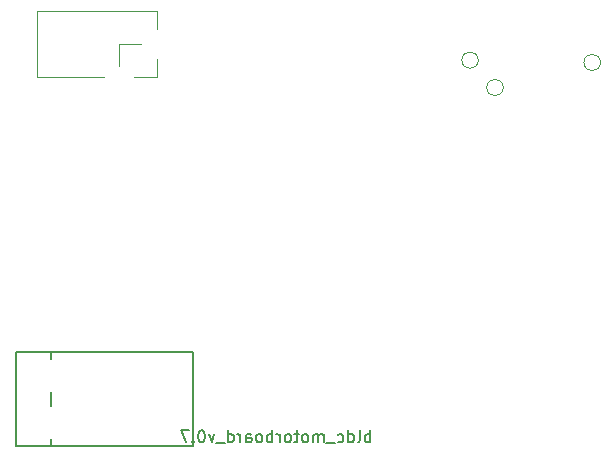
<source format=gbr>
G04 #@! TF.GenerationSoftware,KiCad,Pcbnew,5.0.2-bee76a0~70~ubuntu18.04.1*
G04 #@! TF.CreationDate,2019-12-20T19:05:30+01:00*
G04 #@! TF.ProjectId,board,626f6172-642e-46b6-9963-61645f706362,rev?*
G04 #@! TF.SameCoordinates,Original*
G04 #@! TF.FileFunction,Legend,Bot*
G04 #@! TF.FilePolarity,Positive*
%FSLAX46Y46*%
G04 Gerber Fmt 4.6, Leading zero omitted, Abs format (unit mm)*
G04 Created by KiCad (PCBNEW 5.0.2-bee76a0~70~ubuntu18.04.1) date Fr 20 Dez 2019 19:05:30 CET*
%MOMM*%
%LPD*%
G01*
G04 APERTURE LIST*
%ADD10C,0.150000*%
%ADD11C,0.120000*%
G04 APERTURE END LIST*
D10*
X123176190Y-138352380D02*
X123176190Y-137352380D01*
X123176190Y-137733333D02*
X123080952Y-137685714D01*
X122890476Y-137685714D01*
X122795238Y-137733333D01*
X122747619Y-137780952D01*
X122700000Y-137876190D01*
X122700000Y-138161904D01*
X122747619Y-138257142D01*
X122795238Y-138304761D01*
X122890476Y-138352380D01*
X123080952Y-138352380D01*
X123176190Y-138304761D01*
X122128571Y-138352380D02*
X122223809Y-138304761D01*
X122271428Y-138209523D01*
X122271428Y-137352380D01*
X121319047Y-138352380D02*
X121319047Y-137352380D01*
X121319047Y-138304761D02*
X121414285Y-138352380D01*
X121604761Y-138352380D01*
X121700000Y-138304761D01*
X121747619Y-138257142D01*
X121795238Y-138161904D01*
X121795238Y-137876190D01*
X121747619Y-137780952D01*
X121700000Y-137733333D01*
X121604761Y-137685714D01*
X121414285Y-137685714D01*
X121319047Y-137733333D01*
X120414285Y-138304761D02*
X120509523Y-138352380D01*
X120700000Y-138352380D01*
X120795238Y-138304761D01*
X120842857Y-138257142D01*
X120890476Y-138161904D01*
X120890476Y-137876190D01*
X120842857Y-137780952D01*
X120795238Y-137733333D01*
X120700000Y-137685714D01*
X120509523Y-137685714D01*
X120414285Y-137733333D01*
X120223809Y-138447619D02*
X119461904Y-138447619D01*
X119223809Y-138352380D02*
X119223809Y-137685714D01*
X119223809Y-137780952D02*
X119176190Y-137733333D01*
X119080952Y-137685714D01*
X118938095Y-137685714D01*
X118842857Y-137733333D01*
X118795238Y-137828571D01*
X118795238Y-138352380D01*
X118795238Y-137828571D02*
X118747619Y-137733333D01*
X118652380Y-137685714D01*
X118509523Y-137685714D01*
X118414285Y-137733333D01*
X118366666Y-137828571D01*
X118366666Y-138352380D01*
X117747619Y-138352380D02*
X117842857Y-138304761D01*
X117890476Y-138257142D01*
X117938095Y-138161904D01*
X117938095Y-137876190D01*
X117890476Y-137780952D01*
X117842857Y-137733333D01*
X117747619Y-137685714D01*
X117604761Y-137685714D01*
X117509523Y-137733333D01*
X117461904Y-137780952D01*
X117414285Y-137876190D01*
X117414285Y-138161904D01*
X117461904Y-138257142D01*
X117509523Y-138304761D01*
X117604761Y-138352380D01*
X117747619Y-138352380D01*
X117128571Y-137685714D02*
X116747619Y-137685714D01*
X116985714Y-137352380D02*
X116985714Y-138209523D01*
X116938095Y-138304761D01*
X116842857Y-138352380D01*
X116747619Y-138352380D01*
X116271428Y-138352380D02*
X116366666Y-138304761D01*
X116414285Y-138257142D01*
X116461904Y-138161904D01*
X116461904Y-137876190D01*
X116414285Y-137780952D01*
X116366666Y-137733333D01*
X116271428Y-137685714D01*
X116128571Y-137685714D01*
X116033333Y-137733333D01*
X115985714Y-137780952D01*
X115938095Y-137876190D01*
X115938095Y-138161904D01*
X115985714Y-138257142D01*
X116033333Y-138304761D01*
X116128571Y-138352380D01*
X116271428Y-138352380D01*
X115509523Y-138352380D02*
X115509523Y-137685714D01*
X115509523Y-137876190D02*
X115461904Y-137780952D01*
X115414285Y-137733333D01*
X115319047Y-137685714D01*
X115223809Y-137685714D01*
X114890476Y-138352380D02*
X114890476Y-137352380D01*
X114890476Y-137733333D02*
X114795238Y-137685714D01*
X114604761Y-137685714D01*
X114509523Y-137733333D01*
X114461904Y-137780952D01*
X114414285Y-137876190D01*
X114414285Y-138161904D01*
X114461904Y-138257142D01*
X114509523Y-138304761D01*
X114604761Y-138352380D01*
X114795238Y-138352380D01*
X114890476Y-138304761D01*
X113842857Y-138352380D02*
X113938095Y-138304761D01*
X113985714Y-138257142D01*
X114033333Y-138161904D01*
X114033333Y-137876190D01*
X113985714Y-137780952D01*
X113938095Y-137733333D01*
X113842857Y-137685714D01*
X113700000Y-137685714D01*
X113604761Y-137733333D01*
X113557142Y-137780952D01*
X113509523Y-137876190D01*
X113509523Y-138161904D01*
X113557142Y-138257142D01*
X113604761Y-138304761D01*
X113700000Y-138352380D01*
X113842857Y-138352380D01*
X112652380Y-138352380D02*
X112652380Y-137828571D01*
X112700000Y-137733333D01*
X112795238Y-137685714D01*
X112985714Y-137685714D01*
X113080952Y-137733333D01*
X112652380Y-138304761D02*
X112747619Y-138352380D01*
X112985714Y-138352380D01*
X113080952Y-138304761D01*
X113128571Y-138209523D01*
X113128571Y-138114285D01*
X113080952Y-138019047D01*
X112985714Y-137971428D01*
X112747619Y-137971428D01*
X112652380Y-137923809D01*
X112176190Y-138352380D02*
X112176190Y-137685714D01*
X112176190Y-137876190D02*
X112128571Y-137780952D01*
X112080952Y-137733333D01*
X111985714Y-137685714D01*
X111890476Y-137685714D01*
X111128571Y-138352380D02*
X111128571Y-137352380D01*
X111128571Y-138304761D02*
X111223809Y-138352380D01*
X111414285Y-138352380D01*
X111509523Y-138304761D01*
X111557142Y-138257142D01*
X111604761Y-138161904D01*
X111604761Y-137876190D01*
X111557142Y-137780952D01*
X111509523Y-137733333D01*
X111414285Y-137685714D01*
X111223809Y-137685714D01*
X111128571Y-137733333D01*
X110890476Y-138447619D02*
X110128571Y-138447619D01*
X109985714Y-137685714D02*
X109747619Y-138352380D01*
X109509523Y-137685714D01*
X108938095Y-137352380D02*
X108842857Y-137352380D01*
X108747619Y-137400000D01*
X108700000Y-137447619D01*
X108652380Y-137542857D01*
X108604761Y-137733333D01*
X108604761Y-137971428D01*
X108652380Y-138161904D01*
X108700000Y-138257142D01*
X108747619Y-138304761D01*
X108842857Y-138352380D01*
X108938095Y-138352380D01*
X109033333Y-138304761D01*
X109080952Y-138257142D01*
X109128571Y-138161904D01*
X109176190Y-137971428D01*
X109176190Y-137733333D01*
X109128571Y-137542857D01*
X109080952Y-137447619D01*
X109033333Y-137400000D01*
X108938095Y-137352380D01*
X108176190Y-138257142D02*
X108128571Y-138304761D01*
X108176190Y-138352380D01*
X108223809Y-138304761D01*
X108176190Y-138257142D01*
X108176190Y-138352380D01*
X107795238Y-137352380D02*
X107128571Y-137352380D01*
X107557142Y-138352380D01*
G04 #@! TO.C,J8*
X108150000Y-138700000D02*
X93150000Y-138700000D01*
X108150000Y-130700000D02*
X108150000Y-138700000D01*
X93150000Y-130700000D02*
X108150000Y-130700000D01*
X93150000Y-138700000D02*
X93150000Y-130700000D01*
X96150000Y-130700000D02*
X96150000Y-131300000D01*
X96150000Y-134100000D02*
X96150000Y-135300000D01*
X96150000Y-138700000D02*
X96150000Y-138100000D01*
D11*
G04 #@! TO.C,J5*
X100670000Y-107460000D02*
X94985000Y-107460000D01*
X94985000Y-107460000D02*
X94985000Y-101860000D01*
X105085000Y-101860000D02*
X94985000Y-101860000D01*
X105085000Y-103390000D02*
X105085000Y-101860000D01*
X103810000Y-104660000D02*
X101940000Y-104660000D01*
X101940000Y-104660000D02*
X101940000Y-106530000D01*
X103210000Y-107460000D02*
X105085000Y-107460000D01*
X105085000Y-107460000D02*
X105085000Y-105930000D01*
G04 #@! TO.C,TP8*
X142670000Y-106210000D02*
G75*
G03X142670000Y-106210000I-700000J0D01*
G01*
G04 #@! TO.C,TP9*
X134440000Y-108340000D02*
G75*
G03X134440000Y-108340000I-700000J0D01*
G01*
G04 #@! TO.C,TP10*
X132330000Y-106020000D02*
G75*
G03X132330000Y-106020000I-700000J0D01*
G01*
G04 #@! TD*
M02*

</source>
